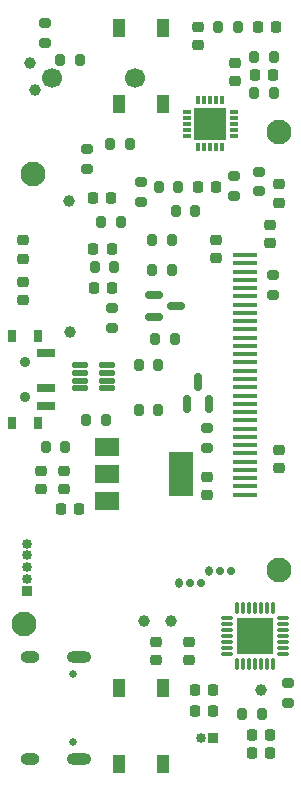
<source format=gbr>
%TF.GenerationSoftware,KiCad,Pcbnew,(6.0.5)*%
%TF.CreationDate,2022-06-01T22:14:55+05:30*%
%TF.ProjectId,PORTABLE_ECG_MACHINE,504f5254-4142-44c4-955f-4543475f4d41,rev-1*%
%TF.SameCoordinates,Original*%
%TF.FileFunction,Soldermask,Top*%
%TF.FilePolarity,Negative*%
%FSLAX46Y46*%
G04 Gerber Fmt 4.6, Leading zero omitted, Abs format (unit mm)*
G04 Created by KiCad (PCBNEW (6.0.5)) date 2022-06-01 22:14:55*
%MOMM*%
%LPD*%
G01*
G04 APERTURE LIST*
G04 Aperture macros list*
%AMRoundRect*
0 Rectangle with rounded corners*
0 $1 Rounding radius*
0 $2 $3 $4 $5 $6 $7 $8 $9 X,Y pos of 4 corners*
0 Add a 4 corners polygon primitive as box body*
4,1,4,$2,$3,$4,$5,$6,$7,$8,$9,$2,$3,0*
0 Add four circle primitives for the rounded corners*
1,1,$1+$1,$2,$3*
1,1,$1+$1,$4,$5*
1,1,$1+$1,$6,$7*
1,1,$1+$1,$8,$9*
0 Add four rect primitives between the rounded corners*
20,1,$1+$1,$2,$3,$4,$5,0*
20,1,$1+$1,$4,$5,$6,$7,0*
20,1,$1+$1,$6,$7,$8,$9,0*
20,1,$1+$1,$8,$9,$2,$3,0*%
%AMFreePoly0*
4,1,33,0.115180,0.329049,0.151228,0.314117,0.232334,0.259924,0.259924,0.232334,0.314117,0.151228,0.329049,0.115180,0.348079,0.019509,0.348079,-0.019509,0.329049,-0.115180,0.314117,-0.151228,0.259924,-0.232334,0.232334,-0.259924,0.151228,-0.314117,0.115180,-0.329049,0.019509,-0.348079,-0.019509,-0.348079,-0.115180,-0.329049,-0.151228,-0.314117,-0.232334,-0.259924,-0.259924,-0.232334,
-0.314117,-0.151228,-0.329049,-0.115180,-0.348079,-0.019509,-0.348079,0.019509,-0.329049,0.115180,-0.314117,0.151228,-0.259924,0.232334,-0.232334,0.259924,-0.151228,0.314117,-0.115180,0.329049,-0.019509,0.348079,0.019509,0.348079,0.115180,0.329049,0.115180,0.329049,$1*%
G04 Aperture macros list end*
%ADD10RoundRect,0.125000X0.537500X0.125000X-0.537500X0.125000X-0.537500X-0.125000X0.537500X-0.125000X0*%
%ADD11RoundRect,0.200000X0.275000X-0.200000X0.275000X0.200000X-0.275000X0.200000X-0.275000X-0.200000X0*%
%ADD12O,0.700000X0.800000*%
%ADD13FreePoly0,180.000000*%
%ADD14RoundRect,0.200000X-0.200000X-0.275000X0.200000X-0.275000X0.200000X0.275000X-0.200000X0.275000X0*%
%ADD15C,1.000000*%
%ADD16RoundRect,0.225000X-0.250000X0.225000X-0.250000X-0.225000X0.250000X-0.225000X0.250000X0.225000X0*%
%ADD17RoundRect,0.225000X0.250000X-0.225000X0.250000X0.225000X-0.250000X0.225000X-0.250000X-0.225000X0*%
%ADD18RoundRect,0.200000X-0.275000X0.200000X-0.275000X-0.200000X0.275000X-0.200000X0.275000X0.200000X0*%
%ADD19C,2.100000*%
%ADD20RoundRect,0.225000X0.225000X0.250000X-0.225000X0.250000X-0.225000X-0.250000X0.225000X-0.250000X0*%
%ADD21RoundRect,0.150000X0.150000X-0.587500X0.150000X0.587500X-0.150000X0.587500X-0.150000X-0.587500X0*%
%ADD22RoundRect,0.200000X0.200000X0.275000X-0.200000X0.275000X-0.200000X-0.275000X0.200000X-0.275000X0*%
%ADD23R,2.000000X1.500000*%
%ADD24R,2.000000X3.800000*%
%ADD25R,1.000000X1.600000*%
%ADD26RoundRect,0.225000X-0.225000X-0.250000X0.225000X-0.250000X0.225000X0.250000X-0.225000X0.250000X0*%
%ADD27R,2.000000X0.400000*%
%ADD28RoundRect,0.150000X-0.587500X-0.150000X0.587500X-0.150000X0.587500X0.150000X-0.587500X0.150000X0*%
%ADD29R,0.800000X1.000000*%
%ADD30C,0.900000*%
%ADD31R,1.500000X0.700000*%
%ADD32R,0.850000X0.850000*%
%ADD33O,0.850000X0.850000*%
%ADD34RoundRect,0.062400X-0.422600X0.067600X-0.422600X-0.067600X0.422600X-0.067600X0.422600X0.067600X0*%
%ADD35RoundRect,0.062400X-0.067600X-0.422600X0.067600X-0.422600X0.067600X0.422600X-0.067600X0.422600X0*%
%ADD36R,3.150000X3.150000*%
%ADD37RoundRect,0.218750X-0.256250X0.218750X-0.256250X-0.218750X0.256250X-0.218750X0.256250X0.218750X0*%
%ADD38R,0.800000X0.300000*%
%ADD39R,0.300000X0.800000*%
%ADD40R,2.750000X2.750000*%
%ADD41RoundRect,0.218750X0.256250X-0.218750X0.256250X0.218750X-0.256250X0.218750X-0.256250X-0.218750X0*%
%ADD42RoundRect,0.218750X-0.218750X-0.256250X0.218750X-0.256250X0.218750X0.256250X-0.218750X0.256250X0*%
%ADD43C,0.650000*%
%ADD44O,2.100000X1.000000*%
%ADD45O,1.600000X1.000000*%
%ADD46C,1.700000*%
G04 APERTURE END LIST*
D10*
%TO.C,U5*%
X92615100Y-56245400D03*
X92615100Y-55595400D03*
X92615100Y-54945400D03*
X92615100Y-54295400D03*
X90340100Y-54295400D03*
X90340100Y-54945400D03*
X90340100Y-55595400D03*
X90340100Y-56245400D03*
%TD*%
D11*
%TO.C,R3*%
X101092000Y-61277000D03*
X101092000Y-59627000D03*
%TD*%
D12*
%TO.C,JP1*%
X98760000Y-72704000D03*
D13*
X99660000Y-72704000D03*
X100560000Y-72704000D03*
%TD*%
D14*
%TO.C,R14*%
X92901000Y-35560000D03*
X94551000Y-35560000D03*
%TD*%
D15*
%TO.C,RST_CP1*%
X105664000Y-81788000D03*
%TD*%
D11*
%TO.C,R23*%
X93052400Y-51117000D03*
X93052400Y-49467000D03*
%TD*%
D16*
%TO.C,C22*%
X87000000Y-63225000D03*
X87000000Y-64775000D03*
%TD*%
D15*
%TO.C,D-1*%
X95758000Y-75946000D03*
%TD*%
D17*
%TO.C,C15*%
X100330000Y-27191000D03*
X100330000Y-25641000D03*
%TD*%
D18*
%TO.C,R13*%
X90932000Y-36005000D03*
X90932000Y-37655000D03*
%TD*%
D19*
%TO.C,REF\u002A\u002A*%
X107188000Y-71628000D03*
%TD*%
D14*
%TO.C,R22*%
X87425000Y-61250000D03*
X89075000Y-61250000D03*
%TD*%
D20*
%TO.C,C20*%
X90275000Y-66500000D03*
X88725000Y-66500000D03*
%TD*%
D14*
%TO.C,R8*%
X105093000Y-31242000D03*
X106743000Y-31242000D03*
%TD*%
D18*
%TO.C,R20*%
X103378000Y-38291000D03*
X103378000Y-39941000D03*
%TD*%
D14*
%TO.C,R26*%
X90869000Y-58928000D03*
X92519000Y-58928000D03*
%TD*%
D21*
%TO.C,Q1*%
X99380000Y-57579500D03*
X101280000Y-57579500D03*
X100330000Y-55704500D03*
%TD*%
D19*
%TO.C,REF\u002A\u002A*%
X107188000Y-34544000D03*
%TD*%
D18*
%TO.C,R7*%
X107950000Y-81217000D03*
X107950000Y-82867000D03*
%TD*%
D17*
%TO.C,C11*%
X103500000Y-30275000D03*
X103500000Y-28725000D03*
%TD*%
D22*
%TO.C,R25*%
X93242400Y-45974000D03*
X91592400Y-45974000D03*
%TD*%
D14*
%TO.C,R9*%
X105093000Y-28194000D03*
X106743000Y-28194000D03*
%TD*%
D23*
%TO.C,U4*%
X92600000Y-61200000D03*
X92600000Y-63500000D03*
X92600000Y-65800000D03*
D24*
X98900000Y-63500000D03*
%TD*%
D25*
%TO.C,SELECT1*%
X93604000Y-32156000D03*
X93604000Y-25756000D03*
X97404000Y-32156000D03*
X97404000Y-25756000D03*
%TD*%
D18*
%TO.C,R12*%
X87376000Y-25337000D03*
X87376000Y-26987000D03*
%TD*%
D16*
%TO.C,C21*%
X89000000Y-63225000D03*
X89000000Y-64775000D03*
%TD*%
D19*
%TO.C,REF\u002A\u002A*%
X85598000Y-76200000D03*
%TD*%
D26*
%TO.C,C2*%
X100063000Y-81788000D03*
X101613000Y-81788000D03*
%TD*%
D27*
%TO.C,U6*%
X104299000Y-65268000D03*
X104299000Y-64568000D03*
X104299000Y-63868000D03*
X104299000Y-63168000D03*
X104299000Y-62468000D03*
X104299000Y-61768000D03*
X104299000Y-61068000D03*
X104299000Y-60368000D03*
X104299000Y-59668000D03*
X104299000Y-58968000D03*
X104299000Y-58268000D03*
X104299000Y-57568000D03*
X104299000Y-56868000D03*
X104299000Y-56168000D03*
X104299000Y-55468000D03*
X104299000Y-54768000D03*
X104299000Y-54068000D03*
X104299000Y-53368000D03*
X104299000Y-52668000D03*
X104299000Y-51968000D03*
X104299000Y-51268000D03*
X104299000Y-50568000D03*
X104299000Y-49868000D03*
X104299000Y-49168000D03*
X104299000Y-48468000D03*
X104299000Y-47768000D03*
X104299000Y-47068000D03*
X104299000Y-46368000D03*
X104299000Y-45668000D03*
X104299000Y-44968000D03*
%TD*%
D22*
%TO.C,R5*%
X98107000Y-46228000D03*
X96457000Y-46228000D03*
%TD*%
D15*
%TO.C,RA1*%
X86500000Y-31000000D03*
%TD*%
D20*
%TO.C,C17*%
X106947000Y-25654000D03*
X105397000Y-25654000D03*
%TD*%
D15*
%TO.C,D+1*%
X98044000Y-75946000D03*
%TD*%
D20*
%TO.C,C24*%
X93065400Y-47752000D03*
X91515400Y-47752000D03*
%TD*%
D26*
%TO.C,C10*%
X105143000Y-29718000D03*
X106693000Y-29718000D03*
%TD*%
D14*
%TO.C,R16*%
X92139000Y-42164000D03*
X93789000Y-42164000D03*
%TD*%
D16*
%TO.C,C4*%
X101092000Y-63741000D03*
X101092000Y-65291000D03*
%TD*%
D15*
%TO.C,B_TEMP1*%
X89500000Y-51500000D03*
%TD*%
%TO.C,RL1*%
X89408000Y-40386000D03*
%TD*%
D17*
%TO.C,C5*%
X107188000Y-63005000D03*
X107188000Y-61455000D03*
%TD*%
D11*
%TO.C,R4*%
X106680000Y-48323000D03*
X106680000Y-46673000D03*
%TD*%
D14*
%TO.C,R6*%
X96711000Y-52070000D03*
X98361000Y-52070000D03*
%TD*%
D22*
%TO.C,R21*%
X100075000Y-41250000D03*
X98425000Y-41250000D03*
%TD*%
%TO.C,R10*%
X103695000Y-25654000D03*
X102045000Y-25654000D03*
%TD*%
D19*
%TO.C,REF\u002A\u002A*%
X86360000Y-38100000D03*
%TD*%
D20*
%TO.C,C1*%
X101613000Y-83566000D03*
X100063000Y-83566000D03*
%TD*%
D11*
%TO.C,R17*%
X95504000Y-40449000D03*
X95504000Y-38799000D03*
%TD*%
D25*
%TO.C,DRIVE1*%
X93604000Y-88036000D03*
X93604000Y-81636000D03*
X97404000Y-88036000D03*
X97404000Y-81636000D03*
%TD*%
D16*
%TO.C,C18*%
X107188000Y-38975000D03*
X107188000Y-40525000D03*
%TD*%
D28*
%TO.C,Q2*%
X96598500Y-48326000D03*
X96598500Y-50226000D03*
X98473500Y-49276000D03*
%TD*%
D12*
%TO.C,JP2*%
X101300000Y-71688000D03*
D13*
X102200000Y-71688000D03*
X103100000Y-71688000D03*
%TD*%
D18*
%TO.C,R19*%
X105500000Y-37925000D03*
X105500000Y-39575000D03*
%TD*%
D22*
%TO.C,R24*%
X96950800Y-54305200D03*
X95300800Y-54305200D03*
%TD*%
D29*
%TO.C,SW1*%
X86780000Y-51850000D03*
X84570000Y-59150000D03*
X84570000Y-51850000D03*
D30*
X85670000Y-54000000D03*
D29*
X86780000Y-59150000D03*
D30*
X85670000Y-57000000D03*
D31*
X87430000Y-53250000D03*
X87430000Y-56250000D03*
X87430000Y-57750000D03*
%TD*%
D32*
%TO.C,J3*%
X101600000Y-85852000D03*
D33*
X100600000Y-85852000D03*
%TD*%
D26*
%TO.C,C3*%
X104889000Y-87122000D03*
X106439000Y-87122000D03*
%TD*%
D14*
%TO.C,R2*%
X96457000Y-43688000D03*
X98107000Y-43688000D03*
%TD*%
D15*
%TO.C,LA1*%
X86106000Y-28702000D03*
%TD*%
D34*
%TO.C,U2*%
X102786000Y-75716000D03*
X102786000Y-76216000D03*
X102786000Y-76716000D03*
X102786000Y-77216000D03*
X102786000Y-77716000D03*
X102786000Y-78216000D03*
X102786000Y-78716000D03*
D35*
X103656000Y-79586000D03*
X104156000Y-79586000D03*
X104656000Y-79586000D03*
X105156000Y-79586000D03*
X105656000Y-79586000D03*
X106156000Y-79586000D03*
X106656000Y-79586000D03*
D34*
X107526000Y-78716000D03*
X107526000Y-78216000D03*
X107526000Y-77716000D03*
X107526000Y-77216000D03*
X107526000Y-76716000D03*
X107526000Y-76216000D03*
X107526000Y-75716000D03*
D35*
X106656000Y-74846000D03*
X106156000Y-74846000D03*
X105656000Y-74846000D03*
X105156000Y-74846000D03*
X104656000Y-74846000D03*
X104156000Y-74846000D03*
X103656000Y-74846000D03*
D36*
X105156000Y-77216000D03*
%TD*%
D14*
%TO.C,R27*%
X95300800Y-58064400D03*
X96950800Y-58064400D03*
%TD*%
D26*
%TO.C,C16*%
X91427000Y-40132000D03*
X92977000Y-40132000D03*
%TD*%
D14*
%TO.C,R1*%
X104077000Y-83820000D03*
X105727000Y-83820000D03*
%TD*%
D37*
%TO.C,GREEN1*%
X85500000Y-47212500D03*
X85500000Y-48787500D03*
%TD*%
D38*
%TO.C,IC1*%
X99369014Y-32855814D03*
X99369014Y-33355814D03*
X99369014Y-33855814D03*
X99369014Y-34355814D03*
X99369014Y-34855814D03*
D39*
X100369014Y-35855814D03*
X100869014Y-35855814D03*
X101369014Y-35855814D03*
X101869014Y-35855814D03*
X102369014Y-35855814D03*
D38*
X103369014Y-34855814D03*
X103369014Y-34355814D03*
X103369014Y-33855814D03*
X103369014Y-33355814D03*
X103369014Y-32855814D03*
D39*
X102369014Y-31855814D03*
X101869014Y-31855814D03*
X101369014Y-31855814D03*
X100869014Y-31855814D03*
X100369014Y-31855814D03*
D40*
X101369014Y-33855814D03*
%TD*%
D26*
%TO.C,C23*%
X91475000Y-44500000D03*
X93025000Y-44500000D03*
%TD*%
D17*
%TO.C,C6*%
X101854000Y-45225000D03*
X101854000Y-43675000D03*
%TD*%
%TO.C,C7*%
X106426000Y-43955000D03*
X106426000Y-42405000D03*
%TD*%
D41*
%TO.C,RED1*%
X85500000Y-45287500D03*
X85500000Y-43712500D03*
%TD*%
D42*
%TO.C,D1*%
X104876500Y-85598000D03*
X106451500Y-85598000D03*
%TD*%
D20*
%TO.C,C19*%
X101867000Y-39250000D03*
X100317000Y-39250000D03*
%TD*%
D14*
%TO.C,R18*%
X97000000Y-39250000D03*
X98650000Y-39250000D03*
%TD*%
D37*
%TO.C,D2*%
X99568000Y-77698500D03*
X99568000Y-79273500D03*
%TD*%
%TO.C,D3*%
X96774000Y-77698500D03*
X96774000Y-79273500D03*
%TD*%
D14*
%TO.C,R15*%
X88675000Y-28500000D03*
X90325000Y-28500000D03*
%TD*%
D43*
%TO.C,J4*%
X89722000Y-80422000D03*
X89722000Y-86202000D03*
D44*
X90252000Y-78992000D03*
X90252000Y-87632000D03*
D45*
X86072000Y-87632000D03*
X86072000Y-78992000D03*
%TD*%
D32*
%TO.C,J1*%
X85852000Y-73406000D03*
D33*
X85852000Y-72406000D03*
X85852000Y-71406000D03*
X85852000Y-70406000D03*
X85852000Y-69406000D03*
%TD*%
D46*
%TO.C,J2*%
X88000000Y-30000000D03*
X95000000Y-30000000D03*
%TD*%
M02*

</source>
